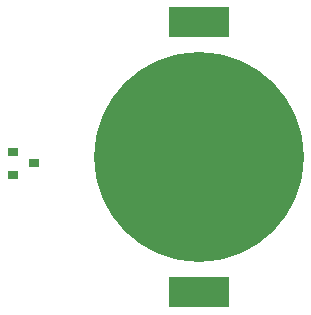
<source format=gbp>
G04 Layer_Color=128*
%FSLAX44Y44*%
%MOMM*%
G71*
G01*
G75*
%ADD16R,0.9720X0.8020*%
%ADD17R,5.0800X2.5400*%
%ADD18C,17.7800*%
D16*
X543480Y913130D02*
D03*
X525780Y903630D02*
D03*
Y922630D02*
D03*
D17*
X683260Y1032510D02*
D03*
Y803910D02*
D03*
D18*
Y918210D02*
D03*
M02*

</source>
